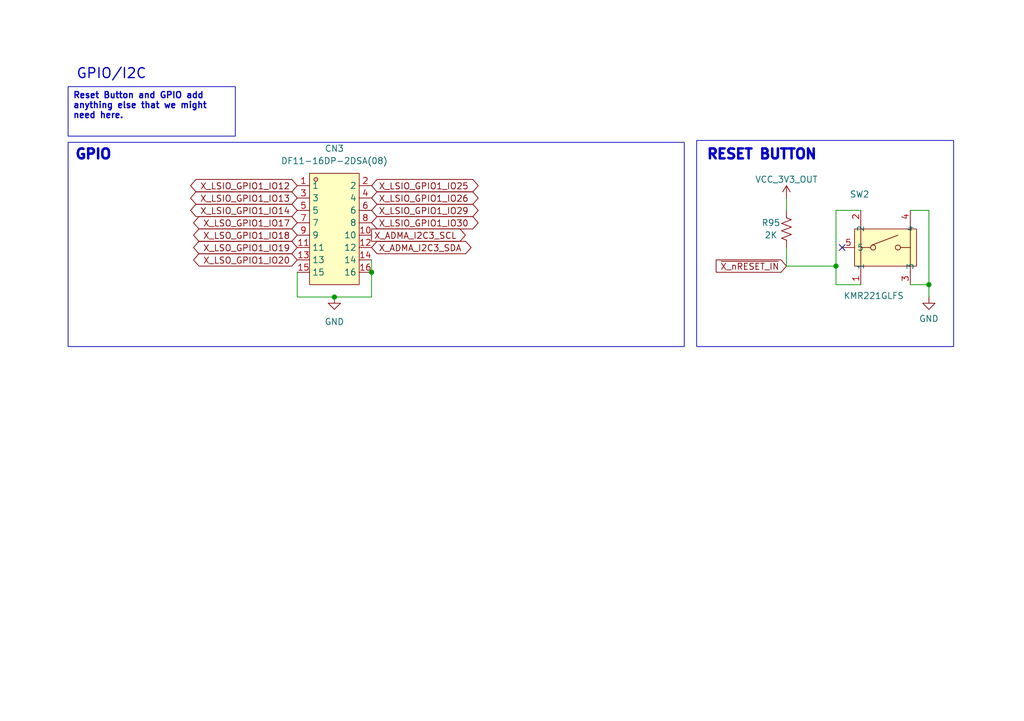
<source format=kicad_sch>
(kicad_sch (version 20250114) (generator "eeschema") (generator_version "9.0")
  (paper "A5")
  (lib_symbols
    (symbol "Device:R_US" (pin_numbers (hide yes)) (pin_names (offset 0))
      (property "Reference" "R" (at 2.54 0 90))
      (property "Value" "R_US" (at -2.54 0 90))
      (symbol "R_US_0_1"
        (polyline (pts (xy 0 2.286) (xy 0 2.54)))
        (polyline (pts (xy 0 2.286) (xy 1.016 1.905) (xy 0 1.524) (xy -1.016 1.143) (xy 0 0.762)))
        (polyline (pts (xy 0 0.762) (xy 1.016 0.381) (xy 0 0) (xy -1.016 -0.381) (xy 0 -0.762)))
        (polyline (pts (xy 0 -0.762) (xy 1.016 -1.143) (xy 0 -1.524) (xy -1.016 -1.905) (xy 0 -2.286)))
        (polyline (pts (xy 0 -2.286) (xy 0 -2.54)))
      )
      (symbol "R_US_1_1"
        (pin passive line (at 0 3.81 270) (length 1.27) (name "~") (number "1"))
        (pin passive line (at 0 -3.81 90) (length 1.27) (name "~") (number "2"))
      )
    )
    (symbol "imx8_carrier_board_symbol_library:DF11-16DP-2DSA(08)"
      (property "Reference" "CN" (at 0 13.97 0))
      (property "Value" "DF11-16DP-2DSA(08)" (at 0 -13.97 0))
      (symbol "DF11-16DP-2DSA(08)_0_1"
        (rectangle (start -5.08 11.43) (end 5.08 -11.43) (fill (type background)))
        (circle (center -3.81 10.16) (radius 0.38))
        (pin unspecified line (at -7.62 8.89 0) (length 2.54) (name "1") (number "1"))
        (pin unspecified line (at -7.62 6.35 0) (length 2.54) (name "3") (number "3"))
        (pin unspecified line (at -7.62 3.81 0) (length 2.54) (name "5") (number "5"))
        (pin unspecified line (at -7.62 1.27 0) (length 2.54) (name "7") (number "7"))
        (pin unspecified line (at -7.62 -1.27 0) (length 2.54) (name "9") (number "9"))
        (pin unspecified line (at -7.62 -3.81 0) (length 2.54) (name "11") (number "11"))
        (pin unspecified line (at -7.62 -6.35 0) (length 2.54) (name "13") (number "13"))
        (pin unspecified line (at -7.62 -8.89 0) (length 2.54) (name "15") (number "15"))
        (pin unspecified line (at 7.62 8.89 180) (length 2.54) (name "2") (number "2"))
        (pin unspecified line (at 7.62 6.35 180) (length 2.54) (name "4") (number "4"))
        (pin unspecified line (at 7.62 3.81 180) (length 2.54) (name "6") (number "6"))
        (pin unspecified line (at 7.62 1.27 180) (length 2.54) (name "8") (number "8"))
        (pin unspecified line (at 7.62 -1.27 180) (length 2.54) (name "10") (number "10"))
        (pin unspecified line (at 7.62 -3.81 180) (length 2.54) (name "12") (number "12"))
        (pin unspecified line (at 7.62 -6.35 180) (length 2.54) (name "14") (number "14"))
        (pin unspecified line (at 7.62 -8.89 180) (length 2.54) (name "16") (number "16"))
      )
    )
    (symbol "imx8_carrier_board_symbol_library:KMR221GLFS"
      (property "Reference" "SW" (at 0 12.7 0))
      (symbol "KMR221GLFS_0_1"
        (rectangle (start -3.81 5.08) (end 3.81 -7.62) (fill (type background)))
        (polyline (pts (xy 0 1.78) (xy 0 3.81)))
        (circle (center 0 1.27) (radius 0.51))
        (circle (center 0 -3.81) (radius 0.51))
        (polyline (pts (xy 0 -4.32) (xy 0 -6.35)))
        (polyline (pts (xy 0.51 1.52) (xy 2.54 -3.81)))
        (polyline (pts (xy 5.08 3.81) (xy -5.08 3.81)))
        (polyline (pts (xy 5.08 -6.35) (xy -5.08 -6.35)))
        (pin unspecified line (at -7.62 3.81 0) (length 2.54) (name "1") (number "1"))
        (pin unspecified line (at -7.62 -6.35 0) (length 2.54) (name "3") (number "3"))
        (pin unspecified line (at 0 7.62 270) (length 2.54) (name "5") (number "5"))
        (pin unspecified line (at 7.62 3.81 180) (length 2.54) (name "2") (number "2"))
        (pin unspecified line (at 7.62 -6.35 180) (length 2.54) (name "4") (number "4"))
      )
    )
    (symbol "imx8_carrier_board_symbol_library:VCC_3V3_OUT" (power) (pin_numbers (hide yes)) (pin_names (offset 0) (hide yes))
      (property "Value" "VCC_3V3_OUT" (at 0 3.556 0))
      (symbol "VCC_3V3_OUT_0_1"
        (polyline (pts (xy -0.762 1.27) (xy 0 2.54)))
        (polyline (pts (xy 0 2.54) (xy 0.762 1.27)))
        (polyline (pts (xy 0 0) (xy 0 2.54)))
      )
      (symbol "VCC_3V3_OUT_1_1"
        (pin power_in line (at 0 0 90) (length 0) (name "~") (number "1"))
      )
    )
    (symbol "power:GND" (power) (pin_numbers (hide yes)) (pin_names (offset 0) (hide yes))
      (property "Value" "GND" (at 0 -3.81 0))
      (symbol "GND_0_1"
        (polyline (pts (xy 0 0) (xy 0 -1.27) (xy 1.27 -1.27) (xy 0 -2.54) (xy -1.27 -1.27) (xy 0 -1.27)))
      )
      (symbol "GND_1_1"
        (pin power_in line (at 0 0 270) (length 0) (name "~") (number "1"))
      )
    )
  )
  (rectangle (start 13.97 29.21) (end 140.335 71.12))
  (rectangle (start 142.875 28.829) (end 195.58 71.12))
  (text "GPIO/I2C\n" (at 22.86 15.24 0) (effects (font (size 2.032 2.032) (thickness 0.254) (bold yes))))
  (text "RESET BUTTON" (at 144.78 33.02 0) (effects (font (size 2.032 2.032) (thickness 0.6) (bold yes)) (justify left bottom)))
  (text "GPIO" (at 15.24 33.02 0) (effects (font (size 2.032 2.032) (thickness 0.6) (bold yes)) (justify left bottom)))
  (text_box "Reset Button and GPIO add anything else that we might need here." (at 13.97 17.78 0) (size 34.29 10.16) (margins 0.9525 0.9525 0.9525 0.9525) (effects (font (size 1.27 1.27) (thickness 0.254) (bold yes)) (justify left top)))
  (junction (at 190.5 58.42))
  (junction (at 171.45 54.61))
  (junction (at 76.2 55.88))
  (junction (at 68.58 60.96))
  (no_connect (at 172.72 50.8))
  (wire (pts (xy 161.29 54.61) (xy 171.45 54.61)))
  (wire (pts (xy 60.96 55.88) (xy 60.96 60.96)))
  (wire (pts (xy 176.53 58.42) (xy 171.45 58.42)))
  (wire (pts (xy 161.29 54.61) (xy 161.29 50.8)))
  (wire (pts (xy 186.69 43.18) (xy 190.5 43.18)))
  (wire (pts (xy 186.69 58.42) (xy 190.5 58.42)))
  (wire (pts (xy 190.5 43.18) (xy 190.5 58.42)))
  (wire (pts (xy 176.53 43.18) (xy 171.45 43.18)))
  (wire (pts (xy 76.2 53.34) (xy 76.2 55.88)))
  (wire (pts (xy 171.45 58.42) (xy 171.45 54.61)))
  (wire (pts (xy 68.58 60.96) (xy 76.2 60.96)))
  (wire (pts (xy 161.29 40.64) (xy 161.29 43.18)))
  (wire (pts (xy 76.2 60.96) (xy 76.2 55.88)))
  (wire (pts (xy 190.5 58.42) (xy 190.5 60.96)))
  (wire (pts (xy 171.45 43.18) (xy 171.45 54.61)))
  (wire (pts (xy 60.96 60.96) (xy 68.58 60.96)))
  (global_label "X_LSIO_GPIO1_IO14" (shape bidirectional) (at 60.96 43.18 180) (property "Intersheetrefs" "${INTERSHEET_REFS}" (effects (hide yes))))
  (global_label "X_LSO_GPIO1_IO17" (shape bidirectional) (at 60.96 45.72 180) (property "Intersheetrefs" "${INTERSHEET_REFS}" (effects (hide yes))))
  (global_label "X_LSIO_GPIO1_IO29" (shape bidirectional) (at 76.2 43.18 0) (property "Intersheetrefs" "${INTERSHEET_REFS}" (effects (hide yes))))
  (global_label "X_LSIO_GPIO1_IO13" (shape bidirectional) (at 60.96 40.64 180) (property "Intersheetrefs" "${INTERSHEET_REFS}" (effects (hide yes))))
  (global_label "X_ADMA_I2C3_SCL" (shape output) (at 76.2 48.26 0) (property "Intersheetrefs" "${INTERSHEET_REFS}" (effects (hide yes))))
  (global_label "X_LSO_GPIO1_IO18" (shape bidirectional) (at 60.96 48.26 180) (property "Intersheetrefs" "${INTERSHEET_REFS}" (effects (hide yes))))
  (global_label "X_LSIO_GPIO1_IO26" (shape bidirectional) (at 76.2 40.64 0) (property "Intersheetrefs" "${INTERSHEET_REFS}" (effects (hide yes))))
  (global_label "X_LSIO_GPIO1_IO12" (shape bidirectional) (at 60.96 38.1 180) (property "Intersheetrefs" "${INTERSHEET_REFS}" (effects (hide yes))))
  (global_label "X_LSO_GPIO1_IO19" (shape bidirectional) (at 60.96 50.8 180) (property "Intersheetrefs" "${INTERSHEET_REFS}" (effects (hide yes))))
  (global_label "X_LSIO_GPIO1_IO30" (shape bidirectional) (at 76.2 45.72 0) (property "Intersheetrefs" "${INTERSHEET_REFS}" (effects (hide yes))))
  (global_label "~{X_nRESET_IN}" (shape input) (at 161.29 54.61 180) (property "Intersheetrefs" "${INTERSHEET_REFS}" (effects (hide yes))))
  (global_label "X_ADMA_I2C3_SDA" (shape bidirectional) (at 76.2 50.8 0) (property "Intersheetrefs" "${INTERSHEET_REFS}" (effects (hide yes))))
  (global_label "X_LSIO_GPIO1_IO25" (shape bidirectional) (at 76.2 38.1 0) (property "Intersheetrefs" "${INTERSHEET_REFS}" (effects (hide yes))))
  (global_label "X_LSO_GPIO1_IO20" (shape bidirectional) (at 60.96 53.34 180) (property "Intersheetrefs" "${INTERSHEET_REFS}" (effects (hide yes))))
  (symbol (lib_id "power:GND") (at 190.5 60.96 0) (unit 1)
    (property "Reference" "#PWR088" (effects (hide yes)))
    (property "Value" "GND" (at 190.5 65.405 0))
    (property "Description" "Power symbol creates a global label with name \"GND\" , ground" (effects (hide yes)))
  )
  (symbol (lib_id "Device:R_US") (at 161.29 46.99 180) (unit 1)
    (property "Reference" "R95" (at 158.115 45.72 0))
    (property "Value" "2K" (at 158.115 48.26 0))
    (property "Footprint" "Resistor_SMD:R_0402_1005Metric" (effects (hide yes)))
    (property "Description" "Resistor, US symbol" (effects (hide yes)))
  )
  (symbol (lib_id "power:GND") (at 68.58 60.96 0) (unit 1)
    (property "Reference" "#PWR06" (effects (hide yes)))
    (property "Value" "GND" (at 68.58 66.04 0))
    (property "Description" "Power symbol creates a global label with name \"GND\" , ground" (effects (hide yes)))
  )
  (symbol (lib_id "imx8_carrier_board_symbol_library:DF11-16DP-2DSA(08)") (at 68.58 46.99 0) (unit 1)
    (property "Reference" "CN3" (at 68.58 30.48 0))
    (property "Value" "DF11-16DP-2DSA(08)" (at 68.58 33.02 0))
    (property "Footprint" "imx8_carrier_board_footprints:CONN-TH_DF11-16DP-2DSA-08" (effects (hide yes)))
    (property "Datasheet" "https://lcsc.com/product-detail/Wire-To-Board-Wire-To-Wire-Connector_HRS-Hirose-HRS-DF11-16DP-2DSA-08_C530981.html" (effects (hide yes)))
    (property "Description" "DF11 Connector" (effects (hide yes)))
    (property "LCSC Part" "C530981" (effects (hide yes)))
  )
  (symbol (lib_id "imx8_carrier_board_symbol_library:KMR221GLFS") (at 180.34 50.8 90) (unit 1)
    (property "Reference" "SW2" (at 174.244 39.878 90) (effects (justify right)))
    (property "Value" "KMR221GLFS" (at 172.974 60.706 90) (effects (justify right)))
    (property "Footprint" "imx8_carrier_board_footprints:KEY-SMD_KMR2XXGXXX" (effects (hide yes)))
    (property "Datasheet" "https://lcsc.com/product-detail/Others_C-K-KMR221GLFS_C72443.html" (effects (hide yes)))
    (property "LCSC Part" "C72443" (effects (hide yes)))
  )
  (symbol (lib_id "imx8_carrier_board_symbol_library:VCC_3V3_OUT") (at 161.29 40.64 0) (unit 1)
    (property "Reference" "#PWR0113" (effects (hide yes)))
    (property "Value" "VCC_3V3_OUT" (at 161.29 36.83 0))
    (property "Description" "Power symbol creates a global label with name \"VCC\"" (effects (hide yes)))
  )
)
</source>
